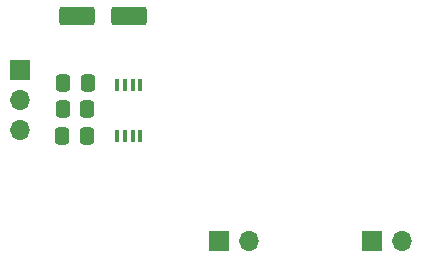
<source format=gts>
%TF.GenerationSoftware,KiCad,Pcbnew,8.0.5*%
%TF.CreationDate,2024-12-30T22:08:37+01:00*%
%TF.ProjectId,Projet2,50726f6a-6574-4322-9e6b-696361645f70,V1*%
%TF.SameCoordinates,Original*%
%TF.FileFunction,Soldermask,Top*%
%TF.FilePolarity,Negative*%
%FSLAX46Y46*%
G04 Gerber Fmt 4.6, Leading zero omitted, Abs format (unit mm)*
G04 Created by KiCad (PCBNEW 8.0.5) date 2024-12-30 22:08:37*
%MOMM*%
%LPD*%
G01*
G04 APERTURE LIST*
G04 Aperture macros list*
%AMRoundRect*
0 Rectangle with rounded corners*
0 $1 Rounding radius*
0 $2 $3 $4 $5 $6 $7 $8 $9 X,Y pos of 4 corners*
0 Add a 4 corners polygon primitive as box body*
4,1,4,$2,$3,$4,$5,$6,$7,$8,$9,$2,$3,0*
0 Add four circle primitives for the rounded corners*
1,1,$1+$1,$2,$3*
1,1,$1+$1,$4,$5*
1,1,$1+$1,$6,$7*
1,1,$1+$1,$8,$9*
0 Add four rect primitives between the rounded corners*
20,1,$1+$1,$2,$3,$4,$5,0*
20,1,$1+$1,$4,$5,$6,$7,0*
20,1,$1+$1,$6,$7,$8,$9,0*
20,1,$1+$1,$8,$9,$2,$3,0*%
G04 Aperture macros list end*
%ADD10R,1.700000X1.700000*%
%ADD11O,1.700000X1.700000*%
%ADD12RoundRect,0.250000X-0.337500X-0.475000X0.337500X-0.475000X0.337500X0.475000X-0.337500X0.475000X0*%
%ADD13RoundRect,0.250000X-1.250000X-0.550000X1.250000X-0.550000X1.250000X0.550000X-1.250000X0.550000X0*%
%ADD14RoundRect,0.250000X0.337500X0.475000X-0.337500X0.475000X-0.337500X-0.475000X0.337500X-0.475000X0*%
%ADD15R,0.400000X1.100000*%
G04 APERTURE END LIST*
D10*
%TO.C,J3*%
X51960000Y-49750000D03*
D11*
X54500000Y-49750000D03*
%TD*%
D10*
%TO.C,J2*%
X64935000Y-49750000D03*
D11*
X67475000Y-49750000D03*
%TD*%
D12*
%TO.C,C2*%
X40825000Y-36350000D03*
X38750000Y-36350000D03*
%TD*%
D13*
%TO.C,C1*%
X44300000Y-30700000D03*
X39900000Y-30700000D03*
%TD*%
D14*
%TO.C,C3*%
X38675000Y-40850000D03*
X40750000Y-40850000D03*
%TD*%
D12*
%TO.C,C4*%
X40800000Y-38600000D03*
X38725000Y-38600000D03*
%TD*%
D15*
%TO.C,U1*%
X45275000Y-36550000D03*
X44625000Y-36550000D03*
X43975000Y-36550000D03*
X43325000Y-36550000D03*
X43325000Y-40850000D03*
X43975000Y-40850000D03*
X44625000Y-40850000D03*
X45275000Y-40850000D03*
%TD*%
D11*
%TO.C,J1*%
X35100000Y-40355000D03*
X35100000Y-37815000D03*
D10*
X35100000Y-35275000D03*
%TD*%
M02*

</source>
